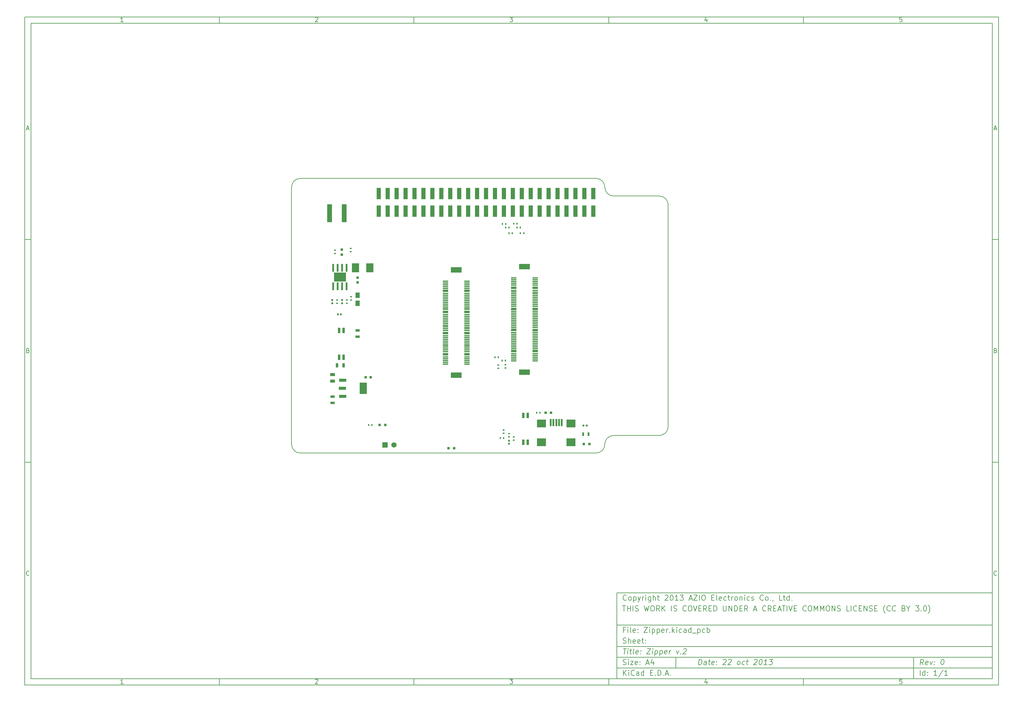
<source format=gtp>
G04 (created by PCBNEW (2013-07-07 BZR 4022)-stable) date 10/22/2013 6:32:42 PM*
%MOIN*%
G04 Gerber Fmt 3.4, Leading zero omitted, Abs format*
%FSLAX34Y34*%
G01*
G70*
G90*
G04 APERTURE LIST*
%ADD10C,0.00590551*%
%ADD11C,0.00787402*%
%ADD12R,0.0551X0.0354*%
%ADD13R,0.0195X0.0175*%
%ADD14R,0.0314X0.0314*%
%ADD15R,0.0492126X0.0314961*%
%ADD16R,0.0314961X0.0492126*%
%ADD17R,0.0275X0.0314*%
%ADD18R,0.0314X0.0275*%
%ADD19R,0.0195X0.0195*%
%ADD20R,0.063X0.0118*%
%ADD21R,0.063X0.0276*%
%ADD22R,0.122X0.063*%
%ADD23R,0.0196X0.0787*%
%ADD24R,0.0984X0.0866*%
%ADD25R,0.0175X0.0195*%
%ADD26R,0.0563X0.2039*%
%ADD27R,0.0787X0.0984*%
%ADD28R,0.05X0.0598*%
%ADD29R,0.0299X0.0591*%
%ADD30R,0.0846X0.0374*%
%ADD31R,0.0846X0.128*%
%ADD32R,0.0597X0.0597*%
%ADD33C,0.0597*%
%ADD34R,0.0217X0.0394*%
%ADD35R,0.05X0.126*%
%ADD36R,0.0236X0.0866*%
%ADD37R,0.1339X0.1008*%
G04 APERTURE END LIST*
G54D10*
X4000Y-4000D02*
X112930Y-4000D01*
X112930Y-78680D01*
X4000Y-78680D01*
X4000Y-4000D01*
X4700Y-4700D02*
X112230Y-4700D01*
X112230Y-77980D01*
X4700Y-77980D01*
X4700Y-4700D01*
X25780Y-4000D02*
X25780Y-4700D01*
X15032Y-4552D02*
X14747Y-4552D01*
X14890Y-4552D02*
X14890Y-4052D01*
X14842Y-4123D01*
X14794Y-4171D01*
X14747Y-4195D01*
X25780Y-78680D02*
X25780Y-77980D01*
X15032Y-78532D02*
X14747Y-78532D01*
X14890Y-78532D02*
X14890Y-78032D01*
X14842Y-78103D01*
X14794Y-78151D01*
X14747Y-78175D01*
X47560Y-4000D02*
X47560Y-4700D01*
X36527Y-4100D02*
X36550Y-4076D01*
X36598Y-4052D01*
X36717Y-4052D01*
X36765Y-4076D01*
X36789Y-4100D01*
X36812Y-4147D01*
X36812Y-4195D01*
X36789Y-4266D01*
X36503Y-4552D01*
X36812Y-4552D01*
X47560Y-78680D02*
X47560Y-77980D01*
X36527Y-78080D02*
X36550Y-78056D01*
X36598Y-78032D01*
X36717Y-78032D01*
X36765Y-78056D01*
X36789Y-78080D01*
X36812Y-78127D01*
X36812Y-78175D01*
X36789Y-78246D01*
X36503Y-78532D01*
X36812Y-78532D01*
X69340Y-4000D02*
X69340Y-4700D01*
X58283Y-4052D02*
X58592Y-4052D01*
X58426Y-4242D01*
X58497Y-4242D01*
X58545Y-4266D01*
X58569Y-4290D01*
X58592Y-4338D01*
X58592Y-4457D01*
X58569Y-4504D01*
X58545Y-4528D01*
X58497Y-4552D01*
X58354Y-4552D01*
X58307Y-4528D01*
X58283Y-4504D01*
X69340Y-78680D02*
X69340Y-77980D01*
X58283Y-78032D02*
X58592Y-78032D01*
X58426Y-78222D01*
X58497Y-78222D01*
X58545Y-78246D01*
X58569Y-78270D01*
X58592Y-78318D01*
X58592Y-78437D01*
X58569Y-78484D01*
X58545Y-78508D01*
X58497Y-78532D01*
X58354Y-78532D01*
X58307Y-78508D01*
X58283Y-78484D01*
X91120Y-4000D02*
X91120Y-4700D01*
X80325Y-4219D02*
X80325Y-4552D01*
X80206Y-4028D02*
X80087Y-4385D01*
X80396Y-4385D01*
X91120Y-78680D02*
X91120Y-77980D01*
X80325Y-78199D02*
X80325Y-78532D01*
X80206Y-78008D02*
X80087Y-78365D01*
X80396Y-78365D01*
X102129Y-4052D02*
X101890Y-4052D01*
X101867Y-4290D01*
X101890Y-4266D01*
X101938Y-4242D01*
X102057Y-4242D01*
X102105Y-4266D01*
X102129Y-4290D01*
X102152Y-4338D01*
X102152Y-4457D01*
X102129Y-4504D01*
X102105Y-4528D01*
X102057Y-4552D01*
X101938Y-4552D01*
X101890Y-4528D01*
X101867Y-4504D01*
X102129Y-78032D02*
X101890Y-78032D01*
X101867Y-78270D01*
X101890Y-78246D01*
X101938Y-78222D01*
X102057Y-78222D01*
X102105Y-78246D01*
X102129Y-78270D01*
X102152Y-78318D01*
X102152Y-78437D01*
X102129Y-78484D01*
X102105Y-78508D01*
X102057Y-78532D01*
X101938Y-78532D01*
X101890Y-78508D01*
X101867Y-78484D01*
X4000Y-28890D02*
X4700Y-28890D01*
X4230Y-16509D02*
X4469Y-16509D01*
X4183Y-16652D02*
X4350Y-16152D01*
X4516Y-16652D01*
X112930Y-28890D02*
X112230Y-28890D01*
X112460Y-16509D02*
X112699Y-16509D01*
X112413Y-16652D02*
X112580Y-16152D01*
X112746Y-16652D01*
X4000Y-53780D02*
X4700Y-53780D01*
X4385Y-41280D02*
X4457Y-41304D01*
X4480Y-41328D01*
X4504Y-41375D01*
X4504Y-41447D01*
X4480Y-41494D01*
X4457Y-41518D01*
X4409Y-41542D01*
X4219Y-41542D01*
X4219Y-41042D01*
X4385Y-41042D01*
X4433Y-41066D01*
X4457Y-41090D01*
X4480Y-41137D01*
X4480Y-41185D01*
X4457Y-41232D01*
X4433Y-41256D01*
X4385Y-41280D01*
X4219Y-41280D01*
X112930Y-53780D02*
X112230Y-53780D01*
X112615Y-41280D02*
X112687Y-41304D01*
X112710Y-41328D01*
X112734Y-41375D01*
X112734Y-41447D01*
X112710Y-41494D01*
X112687Y-41518D01*
X112639Y-41542D01*
X112449Y-41542D01*
X112449Y-41042D01*
X112615Y-41042D01*
X112663Y-41066D01*
X112687Y-41090D01*
X112710Y-41137D01*
X112710Y-41185D01*
X112687Y-41232D01*
X112663Y-41256D01*
X112615Y-41280D01*
X112449Y-41280D01*
X4504Y-66384D02*
X4480Y-66408D01*
X4409Y-66432D01*
X4361Y-66432D01*
X4290Y-66408D01*
X4242Y-66360D01*
X4219Y-66313D01*
X4195Y-66218D01*
X4195Y-66146D01*
X4219Y-66051D01*
X4242Y-66003D01*
X4290Y-65956D01*
X4361Y-65932D01*
X4409Y-65932D01*
X4480Y-65956D01*
X4504Y-65980D01*
X112734Y-66384D02*
X112710Y-66408D01*
X112639Y-66432D01*
X112591Y-66432D01*
X112520Y-66408D01*
X112472Y-66360D01*
X112449Y-66313D01*
X112425Y-66218D01*
X112425Y-66146D01*
X112449Y-66051D01*
X112472Y-66003D01*
X112520Y-65956D01*
X112591Y-65932D01*
X112639Y-65932D01*
X112710Y-65956D01*
X112734Y-65980D01*
X79380Y-76422D02*
X79455Y-75822D01*
X79597Y-75822D01*
X79680Y-75851D01*
X79730Y-75908D01*
X79751Y-75965D01*
X79765Y-76080D01*
X79755Y-76165D01*
X79712Y-76280D01*
X79676Y-76337D01*
X79612Y-76394D01*
X79522Y-76422D01*
X79380Y-76422D01*
X80237Y-76422D02*
X80276Y-76108D01*
X80255Y-76051D01*
X80201Y-76022D01*
X80087Y-76022D01*
X80026Y-76051D01*
X80240Y-76394D02*
X80180Y-76422D01*
X80037Y-76422D01*
X79983Y-76394D01*
X79962Y-76337D01*
X79969Y-76280D01*
X80005Y-76222D01*
X80065Y-76194D01*
X80208Y-76194D01*
X80269Y-76165D01*
X80487Y-76022D02*
X80715Y-76022D01*
X80597Y-75822D02*
X80533Y-76337D01*
X80555Y-76394D01*
X80608Y-76422D01*
X80665Y-76422D01*
X81097Y-76394D02*
X81037Y-76422D01*
X80922Y-76422D01*
X80869Y-76394D01*
X80847Y-76337D01*
X80876Y-76108D01*
X80912Y-76051D01*
X80972Y-76022D01*
X81087Y-76022D01*
X81140Y-76051D01*
X81162Y-76108D01*
X81155Y-76165D01*
X80862Y-76222D01*
X81387Y-76365D02*
X81412Y-76394D01*
X81380Y-76422D01*
X81355Y-76394D01*
X81387Y-76365D01*
X81380Y-76422D01*
X81426Y-76051D02*
X81451Y-76080D01*
X81419Y-76108D01*
X81394Y-76080D01*
X81426Y-76051D01*
X81419Y-76108D01*
X82162Y-75880D02*
X82194Y-75851D01*
X82255Y-75822D01*
X82397Y-75822D01*
X82451Y-75851D01*
X82476Y-75880D01*
X82497Y-75937D01*
X82490Y-75994D01*
X82451Y-76080D01*
X82065Y-76422D01*
X82437Y-76422D01*
X82733Y-75880D02*
X82765Y-75851D01*
X82826Y-75822D01*
X82969Y-75822D01*
X83022Y-75851D01*
X83047Y-75880D01*
X83069Y-75937D01*
X83062Y-75994D01*
X83022Y-76080D01*
X82637Y-76422D01*
X83008Y-76422D01*
X83808Y-76422D02*
X83755Y-76394D01*
X83730Y-76365D01*
X83708Y-76308D01*
X83730Y-76137D01*
X83765Y-76080D01*
X83797Y-76051D01*
X83858Y-76022D01*
X83944Y-76022D01*
X83997Y-76051D01*
X84022Y-76080D01*
X84044Y-76137D01*
X84022Y-76308D01*
X83987Y-76365D01*
X83955Y-76394D01*
X83894Y-76422D01*
X83808Y-76422D01*
X84526Y-76394D02*
X84465Y-76422D01*
X84351Y-76422D01*
X84297Y-76394D01*
X84272Y-76365D01*
X84251Y-76308D01*
X84272Y-76137D01*
X84308Y-76080D01*
X84340Y-76051D01*
X84401Y-76022D01*
X84515Y-76022D01*
X84569Y-76051D01*
X84744Y-76022D02*
X84972Y-76022D01*
X84855Y-75822D02*
X84790Y-76337D01*
X84812Y-76394D01*
X84865Y-76422D01*
X84922Y-76422D01*
X85619Y-75880D02*
X85651Y-75851D01*
X85712Y-75822D01*
X85855Y-75822D01*
X85908Y-75851D01*
X85933Y-75880D01*
X85955Y-75937D01*
X85947Y-75994D01*
X85908Y-76080D01*
X85522Y-76422D01*
X85894Y-76422D01*
X86340Y-75822D02*
X86397Y-75822D01*
X86451Y-75851D01*
X86476Y-75880D01*
X86497Y-75937D01*
X86512Y-76051D01*
X86494Y-76194D01*
X86451Y-76308D01*
X86415Y-76365D01*
X86383Y-76394D01*
X86322Y-76422D01*
X86265Y-76422D01*
X86212Y-76394D01*
X86187Y-76365D01*
X86165Y-76308D01*
X86151Y-76194D01*
X86169Y-76051D01*
X86212Y-75937D01*
X86247Y-75880D01*
X86280Y-75851D01*
X86340Y-75822D01*
X87037Y-76422D02*
X86694Y-76422D01*
X86865Y-76422D02*
X86940Y-75822D01*
X86872Y-75908D01*
X86808Y-75965D01*
X86747Y-75994D01*
X87312Y-75822D02*
X87683Y-75822D01*
X87455Y-76051D01*
X87540Y-76051D01*
X87594Y-76080D01*
X87619Y-76108D01*
X87640Y-76165D01*
X87622Y-76308D01*
X87587Y-76365D01*
X87555Y-76394D01*
X87494Y-76422D01*
X87322Y-76422D01*
X87269Y-76394D01*
X87244Y-76365D01*
X70972Y-77622D02*
X70972Y-77022D01*
X71315Y-77622D02*
X71058Y-77280D01*
X71315Y-77022D02*
X70972Y-77365D01*
X71572Y-77622D02*
X71572Y-77222D01*
X71572Y-77022D02*
X71544Y-77051D01*
X71572Y-77080D01*
X71601Y-77051D01*
X71572Y-77022D01*
X71572Y-77080D01*
X72201Y-77565D02*
X72172Y-77594D01*
X72087Y-77622D01*
X72030Y-77622D01*
X71944Y-77594D01*
X71887Y-77537D01*
X71858Y-77480D01*
X71830Y-77365D01*
X71830Y-77280D01*
X71858Y-77165D01*
X71887Y-77108D01*
X71944Y-77051D01*
X72030Y-77022D01*
X72087Y-77022D01*
X72172Y-77051D01*
X72201Y-77080D01*
X72715Y-77622D02*
X72715Y-77308D01*
X72687Y-77251D01*
X72630Y-77222D01*
X72515Y-77222D01*
X72458Y-77251D01*
X72715Y-77594D02*
X72658Y-77622D01*
X72515Y-77622D01*
X72458Y-77594D01*
X72430Y-77537D01*
X72430Y-77480D01*
X72458Y-77422D01*
X72515Y-77394D01*
X72658Y-77394D01*
X72715Y-77365D01*
X73258Y-77622D02*
X73258Y-77022D01*
X73258Y-77594D02*
X73201Y-77622D01*
X73087Y-77622D01*
X73030Y-77594D01*
X73001Y-77565D01*
X72972Y-77508D01*
X72972Y-77337D01*
X73001Y-77280D01*
X73030Y-77251D01*
X73087Y-77222D01*
X73201Y-77222D01*
X73258Y-77251D01*
X74001Y-77308D02*
X74201Y-77308D01*
X74287Y-77622D02*
X74001Y-77622D01*
X74001Y-77022D01*
X74287Y-77022D01*
X74544Y-77565D02*
X74572Y-77594D01*
X74544Y-77622D01*
X74515Y-77594D01*
X74544Y-77565D01*
X74544Y-77622D01*
X74829Y-77622D02*
X74829Y-77022D01*
X74972Y-77022D01*
X75058Y-77051D01*
X75115Y-77108D01*
X75144Y-77165D01*
X75172Y-77280D01*
X75172Y-77365D01*
X75144Y-77480D01*
X75115Y-77537D01*
X75058Y-77594D01*
X74972Y-77622D01*
X74829Y-77622D01*
X75429Y-77565D02*
X75458Y-77594D01*
X75429Y-77622D01*
X75401Y-77594D01*
X75429Y-77565D01*
X75429Y-77622D01*
X75687Y-77451D02*
X75972Y-77451D01*
X75629Y-77622D02*
X75829Y-77022D01*
X76029Y-77622D01*
X76229Y-77565D02*
X76258Y-77594D01*
X76229Y-77622D01*
X76201Y-77594D01*
X76229Y-77565D01*
X76229Y-77622D01*
X104522Y-76422D02*
X104358Y-76137D01*
X104180Y-76422D02*
X104255Y-75822D01*
X104483Y-75822D01*
X104537Y-75851D01*
X104562Y-75880D01*
X104583Y-75937D01*
X104572Y-76022D01*
X104537Y-76080D01*
X104505Y-76108D01*
X104444Y-76137D01*
X104215Y-76137D01*
X105012Y-76394D02*
X104951Y-76422D01*
X104837Y-76422D01*
X104783Y-76394D01*
X104762Y-76337D01*
X104790Y-76108D01*
X104826Y-76051D01*
X104887Y-76022D01*
X105001Y-76022D01*
X105055Y-76051D01*
X105076Y-76108D01*
X105069Y-76165D01*
X104776Y-76222D01*
X105287Y-76022D02*
X105380Y-76422D01*
X105572Y-76022D01*
X105758Y-76365D02*
X105783Y-76394D01*
X105751Y-76422D01*
X105726Y-76394D01*
X105758Y-76365D01*
X105751Y-76422D01*
X105797Y-76051D02*
X105822Y-76080D01*
X105790Y-76108D01*
X105765Y-76080D01*
X105797Y-76051D01*
X105790Y-76108D01*
X106683Y-75822D02*
X106740Y-75822D01*
X106794Y-75851D01*
X106819Y-75880D01*
X106840Y-75937D01*
X106855Y-76051D01*
X106837Y-76194D01*
X106794Y-76308D01*
X106758Y-76365D01*
X106726Y-76394D01*
X106665Y-76422D01*
X106608Y-76422D01*
X106555Y-76394D01*
X106530Y-76365D01*
X106508Y-76308D01*
X106494Y-76194D01*
X106512Y-76051D01*
X106555Y-75937D01*
X106590Y-75880D01*
X106622Y-75851D01*
X106683Y-75822D01*
X70944Y-76394D02*
X71030Y-76422D01*
X71172Y-76422D01*
X71230Y-76394D01*
X71258Y-76365D01*
X71287Y-76308D01*
X71287Y-76251D01*
X71258Y-76194D01*
X71230Y-76165D01*
X71172Y-76137D01*
X71058Y-76108D01*
X71001Y-76080D01*
X70972Y-76051D01*
X70944Y-75994D01*
X70944Y-75937D01*
X70972Y-75880D01*
X71001Y-75851D01*
X71058Y-75822D01*
X71201Y-75822D01*
X71287Y-75851D01*
X71544Y-76422D02*
X71544Y-76022D01*
X71544Y-75822D02*
X71515Y-75851D01*
X71544Y-75880D01*
X71572Y-75851D01*
X71544Y-75822D01*
X71544Y-75880D01*
X71772Y-76022D02*
X72087Y-76022D01*
X71772Y-76422D01*
X72087Y-76422D01*
X72544Y-76394D02*
X72487Y-76422D01*
X72372Y-76422D01*
X72315Y-76394D01*
X72287Y-76337D01*
X72287Y-76108D01*
X72315Y-76051D01*
X72372Y-76022D01*
X72487Y-76022D01*
X72544Y-76051D01*
X72572Y-76108D01*
X72572Y-76165D01*
X72287Y-76222D01*
X72830Y-76365D02*
X72858Y-76394D01*
X72830Y-76422D01*
X72801Y-76394D01*
X72830Y-76365D01*
X72830Y-76422D01*
X72830Y-76051D02*
X72858Y-76080D01*
X72830Y-76108D01*
X72801Y-76080D01*
X72830Y-76051D01*
X72830Y-76108D01*
X73544Y-76251D02*
X73830Y-76251D01*
X73487Y-76422D02*
X73687Y-75822D01*
X73887Y-76422D01*
X74344Y-76022D02*
X74344Y-76422D01*
X74201Y-75794D02*
X74058Y-76222D01*
X74430Y-76222D01*
X104172Y-77622D02*
X104172Y-77022D01*
X104715Y-77622D02*
X104715Y-77022D01*
X104715Y-77594D02*
X104658Y-77622D01*
X104544Y-77622D01*
X104487Y-77594D01*
X104458Y-77565D01*
X104430Y-77508D01*
X104430Y-77337D01*
X104458Y-77280D01*
X104487Y-77251D01*
X104544Y-77222D01*
X104658Y-77222D01*
X104715Y-77251D01*
X105001Y-77565D02*
X105030Y-77594D01*
X105001Y-77622D01*
X104972Y-77594D01*
X105001Y-77565D01*
X105001Y-77622D01*
X105001Y-77251D02*
X105030Y-77280D01*
X105001Y-77308D01*
X104972Y-77280D01*
X105001Y-77251D01*
X105001Y-77308D01*
X106058Y-77622D02*
X105715Y-77622D01*
X105887Y-77622D02*
X105887Y-77022D01*
X105829Y-77108D01*
X105772Y-77165D01*
X105715Y-77194D01*
X106744Y-76994D02*
X106230Y-77765D01*
X107258Y-77622D02*
X106915Y-77622D01*
X107087Y-77622D02*
X107087Y-77022D01*
X107029Y-77108D01*
X106972Y-77165D01*
X106915Y-77194D01*
X70969Y-74622D02*
X71312Y-74622D01*
X71065Y-75222D02*
X71140Y-74622D01*
X71437Y-75222D02*
X71487Y-74822D01*
X71512Y-74622D02*
X71480Y-74651D01*
X71505Y-74680D01*
X71537Y-74651D01*
X71512Y-74622D01*
X71505Y-74680D01*
X71687Y-74822D02*
X71915Y-74822D01*
X71797Y-74622D02*
X71733Y-75137D01*
X71755Y-75194D01*
X71808Y-75222D01*
X71865Y-75222D01*
X72151Y-75222D02*
X72097Y-75194D01*
X72076Y-75137D01*
X72140Y-74622D01*
X72612Y-75194D02*
X72551Y-75222D01*
X72437Y-75222D01*
X72383Y-75194D01*
X72362Y-75137D01*
X72390Y-74908D01*
X72426Y-74851D01*
X72487Y-74822D01*
X72601Y-74822D01*
X72655Y-74851D01*
X72676Y-74908D01*
X72669Y-74965D01*
X72376Y-75022D01*
X72901Y-75165D02*
X72926Y-75194D01*
X72894Y-75222D01*
X72869Y-75194D01*
X72901Y-75165D01*
X72894Y-75222D01*
X72940Y-74851D02*
X72965Y-74880D01*
X72933Y-74908D01*
X72908Y-74880D01*
X72940Y-74851D01*
X72933Y-74908D01*
X73655Y-74622D02*
X74055Y-74622D01*
X73580Y-75222D01*
X73980Y-75222D01*
X74208Y-75222D02*
X74258Y-74822D01*
X74283Y-74622D02*
X74251Y-74651D01*
X74276Y-74680D01*
X74308Y-74651D01*
X74283Y-74622D01*
X74276Y-74680D01*
X74544Y-74822D02*
X74469Y-75422D01*
X74540Y-74851D02*
X74601Y-74822D01*
X74715Y-74822D01*
X74769Y-74851D01*
X74794Y-74880D01*
X74815Y-74937D01*
X74794Y-75108D01*
X74758Y-75165D01*
X74726Y-75194D01*
X74665Y-75222D01*
X74551Y-75222D01*
X74497Y-75194D01*
X75087Y-74822D02*
X75012Y-75422D01*
X75083Y-74851D02*
X75144Y-74822D01*
X75258Y-74822D01*
X75312Y-74851D01*
X75337Y-74880D01*
X75358Y-74937D01*
X75337Y-75108D01*
X75301Y-75165D01*
X75269Y-75194D01*
X75208Y-75222D01*
X75094Y-75222D01*
X75040Y-75194D01*
X75812Y-75194D02*
X75751Y-75222D01*
X75637Y-75222D01*
X75583Y-75194D01*
X75562Y-75137D01*
X75590Y-74908D01*
X75626Y-74851D01*
X75687Y-74822D01*
X75801Y-74822D01*
X75855Y-74851D01*
X75876Y-74908D01*
X75869Y-74965D01*
X75576Y-75022D01*
X76094Y-75222D02*
X76144Y-74822D01*
X76130Y-74937D02*
X76165Y-74880D01*
X76197Y-74851D01*
X76258Y-74822D01*
X76315Y-74822D01*
X76915Y-74822D02*
X77008Y-75222D01*
X77201Y-74822D01*
X77387Y-75165D02*
X77412Y-75194D01*
X77380Y-75222D01*
X77355Y-75194D01*
X77387Y-75165D01*
X77380Y-75222D01*
X77705Y-74680D02*
X77737Y-74651D01*
X77797Y-74622D01*
X77940Y-74622D01*
X77994Y-74651D01*
X78019Y-74680D01*
X78040Y-74737D01*
X78033Y-74794D01*
X77994Y-74880D01*
X77608Y-75222D01*
X77980Y-75222D01*
X71172Y-72508D02*
X70972Y-72508D01*
X70972Y-72822D02*
X70972Y-72222D01*
X71258Y-72222D01*
X71487Y-72822D02*
X71487Y-72422D01*
X71487Y-72222D02*
X71458Y-72251D01*
X71487Y-72280D01*
X71515Y-72251D01*
X71487Y-72222D01*
X71487Y-72280D01*
X71858Y-72822D02*
X71801Y-72794D01*
X71772Y-72737D01*
X71772Y-72222D01*
X72315Y-72794D02*
X72258Y-72822D01*
X72144Y-72822D01*
X72087Y-72794D01*
X72058Y-72737D01*
X72058Y-72508D01*
X72087Y-72451D01*
X72144Y-72422D01*
X72258Y-72422D01*
X72315Y-72451D01*
X72344Y-72508D01*
X72344Y-72565D01*
X72058Y-72622D01*
X72601Y-72765D02*
X72630Y-72794D01*
X72601Y-72822D01*
X72572Y-72794D01*
X72601Y-72765D01*
X72601Y-72822D01*
X72601Y-72451D02*
X72630Y-72480D01*
X72601Y-72508D01*
X72572Y-72480D01*
X72601Y-72451D01*
X72601Y-72508D01*
X73287Y-72222D02*
X73687Y-72222D01*
X73287Y-72822D01*
X73687Y-72822D01*
X73915Y-72822D02*
X73915Y-72422D01*
X73915Y-72222D02*
X73887Y-72251D01*
X73915Y-72280D01*
X73944Y-72251D01*
X73915Y-72222D01*
X73915Y-72280D01*
X74201Y-72422D02*
X74201Y-73022D01*
X74201Y-72451D02*
X74258Y-72422D01*
X74372Y-72422D01*
X74430Y-72451D01*
X74458Y-72480D01*
X74487Y-72537D01*
X74487Y-72708D01*
X74458Y-72765D01*
X74430Y-72794D01*
X74372Y-72822D01*
X74258Y-72822D01*
X74201Y-72794D01*
X74744Y-72422D02*
X74744Y-73022D01*
X74744Y-72451D02*
X74801Y-72422D01*
X74915Y-72422D01*
X74972Y-72451D01*
X75001Y-72480D01*
X75030Y-72537D01*
X75030Y-72708D01*
X75001Y-72765D01*
X74972Y-72794D01*
X74915Y-72822D01*
X74801Y-72822D01*
X74744Y-72794D01*
X75515Y-72794D02*
X75458Y-72822D01*
X75344Y-72822D01*
X75287Y-72794D01*
X75258Y-72737D01*
X75258Y-72508D01*
X75287Y-72451D01*
X75344Y-72422D01*
X75458Y-72422D01*
X75515Y-72451D01*
X75544Y-72508D01*
X75544Y-72565D01*
X75258Y-72622D01*
X75801Y-72822D02*
X75801Y-72422D01*
X75801Y-72537D02*
X75830Y-72480D01*
X75858Y-72451D01*
X75915Y-72422D01*
X75972Y-72422D01*
X76172Y-72765D02*
X76201Y-72794D01*
X76172Y-72822D01*
X76144Y-72794D01*
X76172Y-72765D01*
X76172Y-72822D01*
X76458Y-72822D02*
X76458Y-72222D01*
X76515Y-72594D02*
X76687Y-72822D01*
X76687Y-72422D02*
X76458Y-72651D01*
X76944Y-72822D02*
X76944Y-72422D01*
X76944Y-72222D02*
X76915Y-72251D01*
X76944Y-72280D01*
X76972Y-72251D01*
X76944Y-72222D01*
X76944Y-72280D01*
X77487Y-72794D02*
X77430Y-72822D01*
X77315Y-72822D01*
X77258Y-72794D01*
X77230Y-72765D01*
X77201Y-72708D01*
X77201Y-72537D01*
X77230Y-72480D01*
X77258Y-72451D01*
X77315Y-72422D01*
X77430Y-72422D01*
X77487Y-72451D01*
X78001Y-72822D02*
X78001Y-72508D01*
X77972Y-72451D01*
X77915Y-72422D01*
X77801Y-72422D01*
X77744Y-72451D01*
X78001Y-72794D02*
X77944Y-72822D01*
X77801Y-72822D01*
X77744Y-72794D01*
X77715Y-72737D01*
X77715Y-72680D01*
X77744Y-72622D01*
X77801Y-72594D01*
X77944Y-72594D01*
X78001Y-72565D01*
X78544Y-72822D02*
X78544Y-72222D01*
X78544Y-72794D02*
X78487Y-72822D01*
X78372Y-72822D01*
X78315Y-72794D01*
X78287Y-72765D01*
X78258Y-72708D01*
X78258Y-72537D01*
X78287Y-72480D01*
X78315Y-72451D01*
X78372Y-72422D01*
X78487Y-72422D01*
X78544Y-72451D01*
X78687Y-72880D02*
X79144Y-72880D01*
X79287Y-72422D02*
X79287Y-73022D01*
X79287Y-72451D02*
X79344Y-72422D01*
X79458Y-72422D01*
X79515Y-72451D01*
X79544Y-72480D01*
X79572Y-72537D01*
X79572Y-72708D01*
X79544Y-72765D01*
X79515Y-72794D01*
X79458Y-72822D01*
X79344Y-72822D01*
X79287Y-72794D01*
X80087Y-72794D02*
X80030Y-72822D01*
X79915Y-72822D01*
X79858Y-72794D01*
X79830Y-72765D01*
X79801Y-72708D01*
X79801Y-72537D01*
X79830Y-72480D01*
X79858Y-72451D01*
X79915Y-72422D01*
X80030Y-72422D01*
X80087Y-72451D01*
X80344Y-72822D02*
X80344Y-72222D01*
X80344Y-72451D02*
X80401Y-72422D01*
X80515Y-72422D01*
X80572Y-72451D01*
X80601Y-72480D01*
X80630Y-72537D01*
X80630Y-72708D01*
X80601Y-72765D01*
X80572Y-72794D01*
X80515Y-72822D01*
X80401Y-72822D01*
X80344Y-72794D01*
X70944Y-73994D02*
X71030Y-74022D01*
X71172Y-74022D01*
X71230Y-73994D01*
X71258Y-73965D01*
X71287Y-73908D01*
X71287Y-73851D01*
X71258Y-73794D01*
X71230Y-73765D01*
X71172Y-73737D01*
X71058Y-73708D01*
X71001Y-73680D01*
X70972Y-73651D01*
X70944Y-73594D01*
X70944Y-73537D01*
X70972Y-73480D01*
X71001Y-73451D01*
X71058Y-73422D01*
X71201Y-73422D01*
X71287Y-73451D01*
X71544Y-74022D02*
X71544Y-73422D01*
X71801Y-74022D02*
X71801Y-73708D01*
X71772Y-73651D01*
X71715Y-73622D01*
X71630Y-73622D01*
X71572Y-73651D01*
X71544Y-73680D01*
X72315Y-73994D02*
X72258Y-74022D01*
X72144Y-74022D01*
X72087Y-73994D01*
X72058Y-73937D01*
X72058Y-73708D01*
X72087Y-73651D01*
X72144Y-73622D01*
X72258Y-73622D01*
X72315Y-73651D01*
X72344Y-73708D01*
X72344Y-73765D01*
X72058Y-73822D01*
X72830Y-73994D02*
X72772Y-74022D01*
X72658Y-74022D01*
X72601Y-73994D01*
X72572Y-73937D01*
X72572Y-73708D01*
X72601Y-73651D01*
X72658Y-73622D01*
X72772Y-73622D01*
X72830Y-73651D01*
X72858Y-73708D01*
X72858Y-73765D01*
X72572Y-73822D01*
X73030Y-73622D02*
X73258Y-73622D01*
X73115Y-73422D02*
X73115Y-73937D01*
X73144Y-73994D01*
X73201Y-74022D01*
X73258Y-74022D01*
X73458Y-73965D02*
X73487Y-73994D01*
X73458Y-74022D01*
X73430Y-73994D01*
X73458Y-73965D01*
X73458Y-74022D01*
X73458Y-73651D02*
X73487Y-73680D01*
X73458Y-73708D01*
X73430Y-73680D01*
X73458Y-73651D01*
X73458Y-73708D01*
X70887Y-69822D02*
X71230Y-69822D01*
X71058Y-70422D02*
X71058Y-69822D01*
X71430Y-70422D02*
X71430Y-69822D01*
X71430Y-70108D02*
X71772Y-70108D01*
X71772Y-70422D02*
X71772Y-69822D01*
X72058Y-70422D02*
X72058Y-69822D01*
X72315Y-70394D02*
X72401Y-70422D01*
X72544Y-70422D01*
X72601Y-70394D01*
X72629Y-70365D01*
X72658Y-70308D01*
X72658Y-70251D01*
X72629Y-70194D01*
X72601Y-70165D01*
X72544Y-70137D01*
X72429Y-70108D01*
X72372Y-70080D01*
X72344Y-70051D01*
X72315Y-69994D01*
X72315Y-69937D01*
X72344Y-69880D01*
X72372Y-69851D01*
X72429Y-69822D01*
X72572Y-69822D01*
X72658Y-69851D01*
X73315Y-69822D02*
X73458Y-70422D01*
X73572Y-69994D01*
X73687Y-70422D01*
X73830Y-69822D01*
X74172Y-69822D02*
X74287Y-69822D01*
X74344Y-69851D01*
X74401Y-69908D01*
X74430Y-70022D01*
X74430Y-70222D01*
X74401Y-70337D01*
X74344Y-70394D01*
X74287Y-70422D01*
X74172Y-70422D01*
X74115Y-70394D01*
X74058Y-70337D01*
X74030Y-70222D01*
X74030Y-70022D01*
X74058Y-69908D01*
X74115Y-69851D01*
X74172Y-69822D01*
X75029Y-70422D02*
X74829Y-70137D01*
X74687Y-70422D02*
X74687Y-69822D01*
X74915Y-69822D01*
X74972Y-69851D01*
X75001Y-69880D01*
X75029Y-69937D01*
X75029Y-70022D01*
X75001Y-70080D01*
X74972Y-70108D01*
X74915Y-70137D01*
X74687Y-70137D01*
X75287Y-70422D02*
X75287Y-69822D01*
X75629Y-70422D02*
X75372Y-70080D01*
X75629Y-69822D02*
X75287Y-70165D01*
X76344Y-70422D02*
X76344Y-69822D01*
X76601Y-70394D02*
X76687Y-70422D01*
X76829Y-70422D01*
X76887Y-70394D01*
X76915Y-70365D01*
X76944Y-70308D01*
X76944Y-70251D01*
X76915Y-70194D01*
X76887Y-70165D01*
X76829Y-70137D01*
X76715Y-70108D01*
X76658Y-70080D01*
X76629Y-70051D01*
X76601Y-69994D01*
X76601Y-69937D01*
X76629Y-69880D01*
X76658Y-69851D01*
X76715Y-69822D01*
X76858Y-69822D01*
X76944Y-69851D01*
X78001Y-70365D02*
X77972Y-70394D01*
X77887Y-70422D01*
X77830Y-70422D01*
X77744Y-70394D01*
X77687Y-70337D01*
X77658Y-70280D01*
X77630Y-70165D01*
X77630Y-70080D01*
X77658Y-69965D01*
X77687Y-69908D01*
X77744Y-69851D01*
X77830Y-69822D01*
X77887Y-69822D01*
X77972Y-69851D01*
X78001Y-69880D01*
X78372Y-69822D02*
X78487Y-69822D01*
X78544Y-69851D01*
X78601Y-69908D01*
X78630Y-70022D01*
X78630Y-70222D01*
X78601Y-70337D01*
X78544Y-70394D01*
X78487Y-70422D01*
X78372Y-70422D01*
X78315Y-70394D01*
X78258Y-70337D01*
X78230Y-70222D01*
X78230Y-70022D01*
X78258Y-69908D01*
X78315Y-69851D01*
X78372Y-69822D01*
X78801Y-69822D02*
X79001Y-70422D01*
X79201Y-69822D01*
X79401Y-70108D02*
X79601Y-70108D01*
X79687Y-70422D02*
X79401Y-70422D01*
X79401Y-69822D01*
X79687Y-69822D01*
X80287Y-70422D02*
X80087Y-70137D01*
X79944Y-70422D02*
X79944Y-69822D01*
X80172Y-69822D01*
X80229Y-69851D01*
X80258Y-69880D01*
X80287Y-69937D01*
X80287Y-70022D01*
X80258Y-70080D01*
X80229Y-70108D01*
X80172Y-70137D01*
X79944Y-70137D01*
X80544Y-70108D02*
X80744Y-70108D01*
X80829Y-70422D02*
X80544Y-70422D01*
X80544Y-69822D01*
X80829Y-69822D01*
X81087Y-70422D02*
X81087Y-69822D01*
X81229Y-69822D01*
X81315Y-69851D01*
X81372Y-69908D01*
X81401Y-69965D01*
X81429Y-70080D01*
X81429Y-70165D01*
X81401Y-70280D01*
X81372Y-70337D01*
X81315Y-70394D01*
X81229Y-70422D01*
X81087Y-70422D01*
X82144Y-69822D02*
X82144Y-70308D01*
X82172Y-70365D01*
X82201Y-70394D01*
X82258Y-70422D01*
X82372Y-70422D01*
X82429Y-70394D01*
X82458Y-70365D01*
X82487Y-70308D01*
X82487Y-69822D01*
X82772Y-70422D02*
X82772Y-69822D01*
X83115Y-70422D01*
X83115Y-69822D01*
X83401Y-70422D02*
X83401Y-69822D01*
X83544Y-69822D01*
X83629Y-69851D01*
X83687Y-69908D01*
X83715Y-69965D01*
X83744Y-70080D01*
X83744Y-70165D01*
X83715Y-70280D01*
X83687Y-70337D01*
X83629Y-70394D01*
X83544Y-70422D01*
X83401Y-70422D01*
X84001Y-70108D02*
X84201Y-70108D01*
X84287Y-70422D02*
X84001Y-70422D01*
X84001Y-69822D01*
X84287Y-69822D01*
X84887Y-70422D02*
X84687Y-70137D01*
X84544Y-70422D02*
X84544Y-69822D01*
X84772Y-69822D01*
X84829Y-69851D01*
X84858Y-69880D01*
X84887Y-69937D01*
X84887Y-70022D01*
X84858Y-70080D01*
X84829Y-70108D01*
X84772Y-70137D01*
X84544Y-70137D01*
X85572Y-70251D02*
X85858Y-70251D01*
X85515Y-70422D02*
X85715Y-69822D01*
X85915Y-70422D01*
X86915Y-70365D02*
X86887Y-70394D01*
X86801Y-70422D01*
X86744Y-70422D01*
X86658Y-70394D01*
X86601Y-70337D01*
X86572Y-70280D01*
X86544Y-70165D01*
X86544Y-70080D01*
X86572Y-69965D01*
X86601Y-69908D01*
X86658Y-69851D01*
X86744Y-69822D01*
X86801Y-69822D01*
X86887Y-69851D01*
X86915Y-69880D01*
X87515Y-70422D02*
X87315Y-70137D01*
X87172Y-70422D02*
X87172Y-69822D01*
X87401Y-69822D01*
X87458Y-69851D01*
X87487Y-69880D01*
X87515Y-69937D01*
X87515Y-70022D01*
X87487Y-70080D01*
X87458Y-70108D01*
X87401Y-70137D01*
X87172Y-70137D01*
X87772Y-70108D02*
X87972Y-70108D01*
X88058Y-70422D02*
X87772Y-70422D01*
X87772Y-69822D01*
X88058Y-69822D01*
X88287Y-70251D02*
X88572Y-70251D01*
X88229Y-70422D02*
X88429Y-69822D01*
X88629Y-70422D01*
X88744Y-69822D02*
X89087Y-69822D01*
X88915Y-70422D02*
X88915Y-69822D01*
X89287Y-70422D02*
X89287Y-69822D01*
X89487Y-69822D02*
X89687Y-70422D01*
X89887Y-69822D01*
X90087Y-70108D02*
X90287Y-70108D01*
X90372Y-70422D02*
X90087Y-70422D01*
X90087Y-69822D01*
X90372Y-69822D01*
X91429Y-70365D02*
X91401Y-70394D01*
X91315Y-70422D01*
X91258Y-70422D01*
X91172Y-70394D01*
X91115Y-70337D01*
X91087Y-70280D01*
X91058Y-70165D01*
X91058Y-70080D01*
X91087Y-69965D01*
X91115Y-69908D01*
X91172Y-69851D01*
X91258Y-69822D01*
X91315Y-69822D01*
X91401Y-69851D01*
X91429Y-69880D01*
X91801Y-69822D02*
X91915Y-69822D01*
X91972Y-69851D01*
X92029Y-69908D01*
X92058Y-70022D01*
X92058Y-70222D01*
X92029Y-70337D01*
X91972Y-70394D01*
X91915Y-70422D01*
X91801Y-70422D01*
X91744Y-70394D01*
X91687Y-70337D01*
X91658Y-70222D01*
X91658Y-70022D01*
X91687Y-69908D01*
X91744Y-69851D01*
X91801Y-69822D01*
X92315Y-70422D02*
X92315Y-69822D01*
X92515Y-70251D01*
X92715Y-69822D01*
X92715Y-70422D01*
X93001Y-70422D02*
X93001Y-69822D01*
X93201Y-70251D01*
X93401Y-69822D01*
X93401Y-70422D01*
X93801Y-69822D02*
X93915Y-69822D01*
X93972Y-69851D01*
X94029Y-69908D01*
X94058Y-70022D01*
X94058Y-70222D01*
X94029Y-70337D01*
X93972Y-70394D01*
X93915Y-70422D01*
X93801Y-70422D01*
X93744Y-70394D01*
X93687Y-70337D01*
X93658Y-70222D01*
X93658Y-70022D01*
X93687Y-69908D01*
X93744Y-69851D01*
X93801Y-69822D01*
X94315Y-70422D02*
X94315Y-69822D01*
X94658Y-70422D01*
X94658Y-69822D01*
X94915Y-70394D02*
X95001Y-70422D01*
X95144Y-70422D01*
X95201Y-70394D01*
X95229Y-70365D01*
X95258Y-70308D01*
X95258Y-70251D01*
X95229Y-70194D01*
X95201Y-70165D01*
X95144Y-70137D01*
X95029Y-70108D01*
X94972Y-70080D01*
X94944Y-70051D01*
X94915Y-69994D01*
X94915Y-69937D01*
X94944Y-69880D01*
X94972Y-69851D01*
X95029Y-69822D01*
X95172Y-69822D01*
X95258Y-69851D01*
X96258Y-70422D02*
X95972Y-70422D01*
X95972Y-69822D01*
X96458Y-70422D02*
X96458Y-69822D01*
X97087Y-70365D02*
X97058Y-70394D01*
X96972Y-70422D01*
X96915Y-70422D01*
X96829Y-70394D01*
X96772Y-70337D01*
X96744Y-70280D01*
X96715Y-70165D01*
X96715Y-70080D01*
X96744Y-69965D01*
X96772Y-69908D01*
X96829Y-69851D01*
X96915Y-69822D01*
X96972Y-69822D01*
X97058Y-69851D01*
X97087Y-69880D01*
X97344Y-70108D02*
X97544Y-70108D01*
X97629Y-70422D02*
X97344Y-70422D01*
X97344Y-69822D01*
X97629Y-69822D01*
X97887Y-70422D02*
X97887Y-69822D01*
X98229Y-70422D01*
X98229Y-69822D01*
X98487Y-70394D02*
X98572Y-70422D01*
X98715Y-70422D01*
X98772Y-70394D01*
X98801Y-70365D01*
X98829Y-70308D01*
X98829Y-70251D01*
X98801Y-70194D01*
X98772Y-70165D01*
X98715Y-70137D01*
X98601Y-70108D01*
X98544Y-70080D01*
X98515Y-70051D01*
X98487Y-69994D01*
X98487Y-69937D01*
X98515Y-69880D01*
X98544Y-69851D01*
X98601Y-69822D01*
X98744Y-69822D01*
X98829Y-69851D01*
X99087Y-70108D02*
X99287Y-70108D01*
X99372Y-70422D02*
X99087Y-70422D01*
X99087Y-69822D01*
X99372Y-69822D01*
X100258Y-70651D02*
X100229Y-70622D01*
X100172Y-70537D01*
X100144Y-70480D01*
X100115Y-70394D01*
X100087Y-70251D01*
X100087Y-70137D01*
X100115Y-69994D01*
X100144Y-69908D01*
X100172Y-69851D01*
X100229Y-69765D01*
X100258Y-69737D01*
X100829Y-70365D02*
X100801Y-70394D01*
X100715Y-70422D01*
X100658Y-70422D01*
X100572Y-70394D01*
X100515Y-70337D01*
X100487Y-70280D01*
X100458Y-70165D01*
X100458Y-70080D01*
X100487Y-69965D01*
X100515Y-69908D01*
X100572Y-69851D01*
X100658Y-69822D01*
X100715Y-69822D01*
X100801Y-69851D01*
X100829Y-69880D01*
X101429Y-70365D02*
X101401Y-70394D01*
X101315Y-70422D01*
X101258Y-70422D01*
X101172Y-70394D01*
X101115Y-70337D01*
X101087Y-70280D01*
X101058Y-70165D01*
X101058Y-70080D01*
X101087Y-69965D01*
X101115Y-69908D01*
X101172Y-69851D01*
X101258Y-69822D01*
X101315Y-69822D01*
X101401Y-69851D01*
X101429Y-69880D01*
X102344Y-70108D02*
X102429Y-70137D01*
X102458Y-70165D01*
X102487Y-70222D01*
X102487Y-70308D01*
X102458Y-70365D01*
X102429Y-70394D01*
X102372Y-70422D01*
X102144Y-70422D01*
X102144Y-69822D01*
X102344Y-69822D01*
X102401Y-69851D01*
X102429Y-69880D01*
X102458Y-69937D01*
X102458Y-69994D01*
X102429Y-70051D01*
X102401Y-70080D01*
X102344Y-70108D01*
X102144Y-70108D01*
X102858Y-70137D02*
X102858Y-70422D01*
X102658Y-69822D02*
X102858Y-70137D01*
X103058Y-69822D01*
X103658Y-69822D02*
X104029Y-69822D01*
X103829Y-70051D01*
X103915Y-70051D01*
X103972Y-70080D01*
X104001Y-70108D01*
X104029Y-70165D01*
X104029Y-70308D01*
X104001Y-70365D01*
X103972Y-70394D01*
X103915Y-70422D01*
X103744Y-70422D01*
X103687Y-70394D01*
X103658Y-70365D01*
X104287Y-70365D02*
X104315Y-70394D01*
X104287Y-70422D01*
X104258Y-70394D01*
X104287Y-70365D01*
X104287Y-70422D01*
X104687Y-69822D02*
X104744Y-69822D01*
X104801Y-69851D01*
X104829Y-69880D01*
X104858Y-69937D01*
X104887Y-70051D01*
X104887Y-70194D01*
X104858Y-70308D01*
X104829Y-70365D01*
X104801Y-70394D01*
X104744Y-70422D01*
X104687Y-70422D01*
X104629Y-70394D01*
X104601Y-70365D01*
X104572Y-70308D01*
X104544Y-70194D01*
X104544Y-70051D01*
X104572Y-69937D01*
X104601Y-69880D01*
X104629Y-69851D01*
X104687Y-69822D01*
X105087Y-70651D02*
X105115Y-70622D01*
X105172Y-70537D01*
X105201Y-70480D01*
X105229Y-70394D01*
X105258Y-70251D01*
X105258Y-70137D01*
X105229Y-69994D01*
X105201Y-69908D01*
X105172Y-69851D01*
X105115Y-69765D01*
X105087Y-69737D01*
X71315Y-69165D02*
X71287Y-69194D01*
X71201Y-69222D01*
X71144Y-69222D01*
X71058Y-69194D01*
X71001Y-69137D01*
X70972Y-69080D01*
X70944Y-68965D01*
X70944Y-68880D01*
X70972Y-68765D01*
X71001Y-68708D01*
X71058Y-68651D01*
X71144Y-68622D01*
X71201Y-68622D01*
X71287Y-68651D01*
X71315Y-68680D01*
X71658Y-69222D02*
X71601Y-69194D01*
X71572Y-69165D01*
X71544Y-69108D01*
X71544Y-68937D01*
X71572Y-68880D01*
X71601Y-68851D01*
X71658Y-68822D01*
X71744Y-68822D01*
X71801Y-68851D01*
X71830Y-68880D01*
X71858Y-68937D01*
X71858Y-69108D01*
X71830Y-69165D01*
X71801Y-69194D01*
X71744Y-69222D01*
X71658Y-69222D01*
X72115Y-68822D02*
X72115Y-69422D01*
X72115Y-68851D02*
X72172Y-68822D01*
X72287Y-68822D01*
X72344Y-68851D01*
X72372Y-68880D01*
X72401Y-68937D01*
X72401Y-69108D01*
X72372Y-69165D01*
X72344Y-69194D01*
X72287Y-69222D01*
X72172Y-69222D01*
X72115Y-69194D01*
X72601Y-68822D02*
X72744Y-69222D01*
X72887Y-68822D02*
X72744Y-69222D01*
X72687Y-69365D01*
X72658Y-69394D01*
X72601Y-69422D01*
X73115Y-69222D02*
X73115Y-68822D01*
X73115Y-68937D02*
X73144Y-68880D01*
X73172Y-68851D01*
X73230Y-68822D01*
X73287Y-68822D01*
X73487Y-69222D02*
X73487Y-68822D01*
X73487Y-68622D02*
X73458Y-68651D01*
X73487Y-68680D01*
X73515Y-68651D01*
X73487Y-68622D01*
X73487Y-68680D01*
X74030Y-68822D02*
X74030Y-69308D01*
X74001Y-69365D01*
X73972Y-69394D01*
X73915Y-69422D01*
X73830Y-69422D01*
X73772Y-69394D01*
X74030Y-69194D02*
X73972Y-69222D01*
X73858Y-69222D01*
X73801Y-69194D01*
X73772Y-69165D01*
X73744Y-69108D01*
X73744Y-68937D01*
X73772Y-68880D01*
X73801Y-68851D01*
X73858Y-68822D01*
X73972Y-68822D01*
X74030Y-68851D01*
X74315Y-69222D02*
X74315Y-68622D01*
X74572Y-69222D02*
X74572Y-68908D01*
X74544Y-68851D01*
X74487Y-68822D01*
X74401Y-68822D01*
X74344Y-68851D01*
X74315Y-68880D01*
X74772Y-68822D02*
X75001Y-68822D01*
X74858Y-68622D02*
X74858Y-69137D01*
X74887Y-69194D01*
X74944Y-69222D01*
X75001Y-69222D01*
X75630Y-68680D02*
X75658Y-68651D01*
X75715Y-68622D01*
X75858Y-68622D01*
X75915Y-68651D01*
X75944Y-68680D01*
X75972Y-68737D01*
X75972Y-68794D01*
X75944Y-68880D01*
X75601Y-69222D01*
X75972Y-69222D01*
X76344Y-68622D02*
X76401Y-68622D01*
X76458Y-68651D01*
X76487Y-68680D01*
X76515Y-68737D01*
X76544Y-68851D01*
X76544Y-68994D01*
X76515Y-69108D01*
X76487Y-69165D01*
X76458Y-69194D01*
X76401Y-69222D01*
X76344Y-69222D01*
X76287Y-69194D01*
X76258Y-69165D01*
X76230Y-69108D01*
X76201Y-68994D01*
X76201Y-68851D01*
X76230Y-68737D01*
X76258Y-68680D01*
X76287Y-68651D01*
X76344Y-68622D01*
X77115Y-69222D02*
X76772Y-69222D01*
X76944Y-69222D02*
X76944Y-68622D01*
X76887Y-68708D01*
X76830Y-68765D01*
X76772Y-68794D01*
X77315Y-68622D02*
X77687Y-68622D01*
X77487Y-68851D01*
X77572Y-68851D01*
X77630Y-68880D01*
X77658Y-68908D01*
X77687Y-68965D01*
X77687Y-69108D01*
X77658Y-69165D01*
X77630Y-69194D01*
X77572Y-69222D01*
X77401Y-69222D01*
X77344Y-69194D01*
X77315Y-69165D01*
X78372Y-69051D02*
X78658Y-69051D01*
X78315Y-69222D02*
X78515Y-68622D01*
X78715Y-69222D01*
X78858Y-68622D02*
X79258Y-68622D01*
X78858Y-69222D01*
X79258Y-69222D01*
X79487Y-69222D02*
X79487Y-68622D01*
X79887Y-68622D02*
X80001Y-68622D01*
X80058Y-68651D01*
X80115Y-68708D01*
X80144Y-68822D01*
X80144Y-69022D01*
X80115Y-69137D01*
X80058Y-69194D01*
X80001Y-69222D01*
X79887Y-69222D01*
X79830Y-69194D01*
X79772Y-69137D01*
X79744Y-69022D01*
X79744Y-68822D01*
X79772Y-68708D01*
X79830Y-68651D01*
X79887Y-68622D01*
X80858Y-68908D02*
X81058Y-68908D01*
X81144Y-69222D02*
X80858Y-69222D01*
X80858Y-68622D01*
X81144Y-68622D01*
X81487Y-69222D02*
X81430Y-69194D01*
X81401Y-69137D01*
X81401Y-68622D01*
X81944Y-69194D02*
X81887Y-69222D01*
X81772Y-69222D01*
X81715Y-69194D01*
X81687Y-69137D01*
X81687Y-68908D01*
X81715Y-68851D01*
X81772Y-68822D01*
X81887Y-68822D01*
X81944Y-68851D01*
X81972Y-68908D01*
X81972Y-68965D01*
X81687Y-69022D01*
X82487Y-69194D02*
X82430Y-69222D01*
X82315Y-69222D01*
X82258Y-69194D01*
X82230Y-69165D01*
X82201Y-69108D01*
X82201Y-68937D01*
X82230Y-68880D01*
X82258Y-68851D01*
X82315Y-68822D01*
X82430Y-68822D01*
X82487Y-68851D01*
X82658Y-68822D02*
X82887Y-68822D01*
X82744Y-68622D02*
X82744Y-69137D01*
X82772Y-69194D01*
X82830Y-69222D01*
X82887Y-69222D01*
X83087Y-69222D02*
X83087Y-68822D01*
X83087Y-68937D02*
X83115Y-68880D01*
X83144Y-68851D01*
X83201Y-68822D01*
X83258Y-68822D01*
X83544Y-69222D02*
X83487Y-69194D01*
X83458Y-69165D01*
X83430Y-69108D01*
X83430Y-68937D01*
X83458Y-68880D01*
X83487Y-68851D01*
X83544Y-68822D01*
X83630Y-68822D01*
X83687Y-68851D01*
X83715Y-68880D01*
X83744Y-68937D01*
X83744Y-69108D01*
X83715Y-69165D01*
X83687Y-69194D01*
X83630Y-69222D01*
X83544Y-69222D01*
X84001Y-68822D02*
X84001Y-69222D01*
X84001Y-68880D02*
X84030Y-68851D01*
X84087Y-68822D01*
X84172Y-68822D01*
X84230Y-68851D01*
X84258Y-68908D01*
X84258Y-69222D01*
X84544Y-69222D02*
X84544Y-68822D01*
X84544Y-68622D02*
X84515Y-68651D01*
X84544Y-68680D01*
X84572Y-68651D01*
X84544Y-68622D01*
X84544Y-68680D01*
X85087Y-69194D02*
X85030Y-69222D01*
X84915Y-69222D01*
X84858Y-69194D01*
X84830Y-69165D01*
X84801Y-69108D01*
X84801Y-68937D01*
X84830Y-68880D01*
X84858Y-68851D01*
X84915Y-68822D01*
X85030Y-68822D01*
X85087Y-68851D01*
X85315Y-69194D02*
X85372Y-69222D01*
X85487Y-69222D01*
X85544Y-69194D01*
X85572Y-69137D01*
X85572Y-69108D01*
X85544Y-69051D01*
X85487Y-69022D01*
X85401Y-69022D01*
X85344Y-68994D01*
X85315Y-68937D01*
X85315Y-68908D01*
X85344Y-68851D01*
X85401Y-68822D01*
X85487Y-68822D01*
X85544Y-68851D01*
X86630Y-69165D02*
X86601Y-69194D01*
X86515Y-69222D01*
X86458Y-69222D01*
X86372Y-69194D01*
X86315Y-69137D01*
X86287Y-69080D01*
X86258Y-68965D01*
X86258Y-68880D01*
X86287Y-68765D01*
X86315Y-68708D01*
X86372Y-68651D01*
X86458Y-68622D01*
X86515Y-68622D01*
X86601Y-68651D01*
X86630Y-68680D01*
X86972Y-69222D02*
X86915Y-69194D01*
X86887Y-69165D01*
X86858Y-69108D01*
X86858Y-68937D01*
X86887Y-68880D01*
X86915Y-68851D01*
X86972Y-68822D01*
X87058Y-68822D01*
X87115Y-68851D01*
X87144Y-68880D01*
X87172Y-68937D01*
X87172Y-69108D01*
X87144Y-69165D01*
X87115Y-69194D01*
X87058Y-69222D01*
X86972Y-69222D01*
X87430Y-69165D02*
X87458Y-69194D01*
X87430Y-69222D01*
X87401Y-69194D01*
X87430Y-69165D01*
X87430Y-69222D01*
X87744Y-69194D02*
X87744Y-69222D01*
X87715Y-69280D01*
X87687Y-69308D01*
X88744Y-69222D02*
X88458Y-69222D01*
X88458Y-68622D01*
X88858Y-68822D02*
X89087Y-68822D01*
X88944Y-68622D02*
X88944Y-69137D01*
X88972Y-69194D01*
X89030Y-69222D01*
X89087Y-69222D01*
X89544Y-69222D02*
X89544Y-68622D01*
X89544Y-69194D02*
X89487Y-69222D01*
X89372Y-69222D01*
X89315Y-69194D01*
X89287Y-69165D01*
X89258Y-69108D01*
X89258Y-68937D01*
X89287Y-68880D01*
X89315Y-68851D01*
X89372Y-68822D01*
X89487Y-68822D01*
X89544Y-68851D01*
X89830Y-69165D02*
X89858Y-69194D01*
X89830Y-69222D01*
X89801Y-69194D01*
X89830Y-69165D01*
X89830Y-69222D01*
X70230Y-68380D02*
X70230Y-77980D01*
X70230Y-71980D02*
X112230Y-71980D01*
X70230Y-68380D02*
X112230Y-68380D01*
X70230Y-74380D02*
X112230Y-74380D01*
X103430Y-75580D02*
X103430Y-77980D01*
X70230Y-76780D02*
X112230Y-76780D01*
X70230Y-75580D02*
X112230Y-75580D01*
X76830Y-75580D02*
X76830Y-76780D01*
G54D11*
X68897Y-23031D02*
G75*
G03X69881Y-24015I984J0D01*
G74*
G01*
X68897Y-23031D02*
G75*
G03X67913Y-22047I-984J0D01*
G74*
G01*
X34842Y-22047D02*
G75*
G03X33858Y-23031I0J-984D01*
G74*
G01*
X33858Y-51771D02*
G75*
G03X34842Y-52755I984J0D01*
G74*
G01*
X67913Y-52755D02*
G75*
G03X68897Y-51771I0J984D01*
G74*
G01*
X69881Y-50787D02*
G75*
G03X68897Y-51771I0J-984D01*
G74*
G01*
X75000Y-50787D02*
G75*
G03X75984Y-49803I0J984D01*
G74*
G01*
X75984Y-25000D02*
G75*
G03X75000Y-24015I-984J0D01*
G74*
G01*
X69881Y-50787D02*
X75000Y-50787D01*
X69881Y-24015D02*
X75000Y-24015D01*
X75984Y-25000D02*
X75984Y-49803D01*
X34842Y-22047D02*
X67913Y-22047D01*
X33858Y-51771D02*
X33858Y-23031D01*
X34842Y-52755D02*
X67913Y-52755D01*
G54D12*
X38460Y-43963D03*
X38460Y-44713D03*
G54D13*
X38716Y-30456D03*
X38716Y-30086D03*
X40035Y-36023D03*
X40035Y-35653D03*
X40480Y-30247D03*
X40480Y-29877D03*
X40507Y-35661D03*
X40507Y-35291D03*
X38933Y-35653D03*
X38933Y-36023D03*
G54D14*
X52047Y-52204D03*
X51417Y-52204D03*
X44330Y-49606D03*
X43700Y-49606D03*
G54D15*
X41251Y-39047D03*
X41251Y-39755D03*
X38460Y-46429D03*
X38460Y-47137D03*
G54D16*
X39665Y-42929D03*
X38956Y-42929D03*
G54D17*
X42145Y-44279D03*
X42696Y-44279D03*
G54D18*
X39464Y-30578D03*
X39464Y-30027D03*
X41251Y-33141D03*
X41251Y-33692D03*
G54D19*
X38421Y-35661D03*
X38421Y-36015D03*
X39035Y-37244D03*
X39389Y-37244D03*
X39503Y-35661D03*
X39503Y-36015D03*
G54D14*
X67165Y-51732D03*
X66535Y-51732D03*
G54D19*
X66869Y-49685D03*
X66515Y-49685D03*
X58165Y-51370D03*
X58165Y-51724D03*
G54D13*
X58724Y-51322D03*
X58724Y-50952D03*
X58165Y-50952D03*
X58165Y-50582D03*
G54D20*
X51082Y-33543D03*
X51082Y-33740D03*
X51082Y-33937D03*
X51082Y-34134D03*
X51082Y-34330D03*
G54D21*
X51082Y-34626D03*
G54D20*
X51082Y-34921D03*
X51082Y-35118D03*
X51082Y-35315D03*
X51082Y-35512D03*
X51082Y-35708D03*
X51082Y-35905D03*
X51082Y-36102D03*
X51082Y-36299D03*
X51082Y-36496D03*
X51082Y-36693D03*
G54D21*
X51082Y-36988D03*
G54D20*
X51082Y-37283D03*
X51082Y-37480D03*
X51082Y-37677D03*
X51082Y-37874D03*
X51082Y-38071D03*
X51082Y-38267D03*
X51082Y-38464D03*
X51082Y-38661D03*
X51082Y-38858D03*
X51082Y-39055D03*
G54D21*
X51082Y-39351D03*
G54D20*
X51082Y-39645D03*
X51082Y-39842D03*
X51082Y-40039D03*
X51082Y-40236D03*
X51082Y-40433D03*
X51082Y-40630D03*
X51082Y-40826D03*
X51082Y-41023D03*
X51082Y-41220D03*
X51082Y-41417D03*
G54D21*
X51082Y-41713D03*
G54D20*
X51082Y-42008D03*
X51082Y-42204D03*
X51082Y-42401D03*
X51082Y-42598D03*
X51082Y-42795D03*
X53484Y-42797D03*
X53484Y-42600D03*
X53484Y-42403D03*
X53484Y-42206D03*
X53484Y-42010D03*
G54D21*
X53484Y-41715D03*
G54D20*
X53484Y-41419D03*
X53484Y-41222D03*
X53484Y-41025D03*
X53484Y-40828D03*
X53484Y-40632D03*
X53484Y-40435D03*
X53484Y-40238D03*
X53484Y-40041D03*
X53484Y-39844D03*
X53484Y-39647D03*
G54D21*
X53484Y-39352D03*
G54D20*
X53484Y-39056D03*
X53484Y-38859D03*
X53484Y-38662D03*
X53484Y-38465D03*
X53484Y-38269D03*
X53484Y-38072D03*
X53484Y-37875D03*
X53484Y-37678D03*
X53484Y-37481D03*
X53484Y-37284D03*
G54D21*
X53484Y-36989D03*
G54D20*
X53484Y-36693D03*
X53484Y-36496D03*
X53484Y-36299D03*
X53484Y-36102D03*
X53484Y-35906D03*
X53484Y-35709D03*
X53484Y-35512D03*
X53484Y-35315D03*
X53484Y-35118D03*
X53484Y-34921D03*
G54D21*
X53484Y-34626D03*
G54D20*
X53484Y-34330D03*
X53484Y-34134D03*
X53484Y-33937D03*
X53484Y-33740D03*
X53484Y-33543D03*
G54D22*
X52287Y-44055D03*
X52287Y-32283D03*
G54D20*
X61122Y-42440D03*
X61122Y-42243D03*
X61122Y-42046D03*
X61122Y-41849D03*
X61122Y-41653D03*
G54D21*
X61122Y-41357D03*
G54D20*
X61122Y-41062D03*
X61122Y-40865D03*
X61122Y-40668D03*
X61122Y-40471D03*
X61122Y-40275D03*
X61122Y-40078D03*
X61122Y-39881D03*
X61122Y-39684D03*
X61122Y-39487D03*
X61122Y-39290D03*
G54D21*
X61122Y-38995D03*
G54D20*
X61122Y-38700D03*
X61122Y-38503D03*
X61122Y-38306D03*
X61122Y-38109D03*
X61122Y-37912D03*
X61122Y-37716D03*
X61122Y-37519D03*
X61122Y-37322D03*
X61122Y-37125D03*
X61122Y-36928D03*
G54D21*
X61122Y-36632D03*
G54D20*
X61122Y-36338D03*
X61122Y-36141D03*
X61122Y-35944D03*
X61122Y-35747D03*
X61122Y-35550D03*
X61122Y-35353D03*
X61122Y-35157D03*
X61122Y-34960D03*
X61122Y-34763D03*
X61122Y-34566D03*
G54D21*
X61122Y-34270D03*
G54D20*
X61122Y-33975D03*
X61122Y-33779D03*
X61122Y-33582D03*
X61122Y-33385D03*
X61122Y-33188D03*
X58720Y-33186D03*
X58720Y-33383D03*
X58720Y-33580D03*
X58720Y-33777D03*
X58720Y-33973D03*
G54D21*
X58720Y-34268D03*
G54D20*
X58720Y-34564D03*
X58720Y-34761D03*
X58720Y-34958D03*
X58720Y-35155D03*
X58720Y-35351D03*
X58720Y-35548D03*
X58720Y-35745D03*
X58720Y-35942D03*
X58720Y-36139D03*
X58720Y-36336D03*
G54D21*
X58720Y-36631D03*
G54D20*
X58720Y-36927D03*
X58720Y-37124D03*
X58720Y-37321D03*
X58720Y-37518D03*
X58720Y-37714D03*
X58720Y-37911D03*
X58720Y-38108D03*
X58720Y-38305D03*
X58720Y-38502D03*
X58720Y-38699D03*
G54D21*
X58720Y-38994D03*
G54D20*
X58720Y-39290D03*
X58720Y-39487D03*
X58720Y-39684D03*
X58720Y-39881D03*
X58720Y-40077D03*
X58720Y-40274D03*
X58720Y-40471D03*
X58720Y-40668D03*
X58720Y-40865D03*
X58720Y-41062D03*
G54D21*
X58720Y-41357D03*
G54D20*
X58720Y-41653D03*
X58720Y-41849D03*
X58720Y-42046D03*
X58720Y-42243D03*
X58720Y-42440D03*
G54D22*
X59917Y-31928D03*
X59917Y-43700D03*
G54D23*
X62835Y-49351D03*
X63150Y-49351D03*
X63464Y-49351D03*
X63778Y-49351D03*
X64093Y-49351D03*
G54D24*
X65117Y-51535D03*
X61811Y-51535D03*
X61811Y-49449D03*
X65117Y-49449D03*
G54D25*
X42468Y-49606D03*
X42838Y-49606D03*
G54D26*
X38102Y-25937D03*
X39736Y-25937D03*
G54D27*
X42610Y-32031D03*
X40996Y-32031D03*
G54D28*
X41251Y-36023D03*
X41251Y-35125D03*
G54D29*
X39685Y-39055D03*
X39185Y-39055D03*
X39185Y-42047D03*
X39685Y-42047D03*
G54D30*
X39590Y-44617D03*
X39551Y-45523D03*
X39570Y-46428D03*
G54D31*
X41873Y-45523D03*
G54D32*
X44299Y-51849D03*
G54D33*
X45299Y-51849D03*
G54D29*
X59791Y-51539D03*
X60291Y-51539D03*
X60291Y-48547D03*
X59791Y-48547D03*
G54D34*
X66471Y-50629D03*
X67071Y-50629D03*
G54D35*
X67598Y-23739D03*
X67598Y-25708D03*
X66598Y-25708D03*
X65598Y-25708D03*
X65598Y-23739D03*
X66598Y-23739D03*
X63598Y-23739D03*
X62598Y-23739D03*
X61598Y-23739D03*
X60598Y-23739D03*
X59598Y-23739D03*
X58598Y-23739D03*
X57598Y-23739D03*
X56598Y-23739D03*
X55598Y-23739D03*
X54598Y-23739D03*
X53598Y-23739D03*
X52598Y-23739D03*
X51598Y-23739D03*
X50598Y-23739D03*
X49598Y-23739D03*
X48598Y-23739D03*
X47598Y-23739D03*
X46598Y-23739D03*
X43598Y-25708D03*
X44598Y-25708D03*
X45598Y-25708D03*
X43598Y-23739D03*
X44598Y-23739D03*
X45598Y-23739D03*
X46598Y-25708D03*
X47598Y-25708D03*
X48598Y-25708D03*
X49598Y-25708D03*
X50598Y-25708D03*
X51598Y-25708D03*
X52598Y-25708D03*
X53598Y-25708D03*
X54598Y-25708D03*
X55598Y-25708D03*
X56598Y-25708D03*
X57598Y-25708D03*
X58598Y-25708D03*
X59598Y-25708D03*
X60598Y-25708D03*
X61598Y-25708D03*
X62598Y-25708D03*
X63598Y-25708D03*
X64598Y-25708D03*
X64598Y-23739D03*
G54D13*
X57795Y-42881D03*
X57795Y-43251D03*
X56984Y-42897D03*
X56984Y-43267D03*
G54D25*
X57425Y-42413D03*
X57795Y-42413D03*
X56614Y-42031D03*
X56984Y-42031D03*
X61275Y-48236D03*
X61645Y-48236D03*
G54D14*
X62893Y-48236D03*
X62263Y-48236D03*
G54D36*
X40019Y-32055D03*
X39519Y-32055D03*
X39019Y-32055D03*
X38519Y-32055D03*
X38519Y-34122D03*
X39019Y-34122D03*
X39519Y-34122D03*
X40019Y-34122D03*
G54D37*
X39269Y-33088D03*
G54D25*
X59090Y-27559D03*
X59460Y-27559D03*
X59090Y-27118D03*
X58720Y-27118D03*
X59460Y-28185D03*
X59830Y-28185D03*
X57818Y-27555D03*
X58188Y-27555D03*
X57822Y-27145D03*
X57452Y-27145D03*
X58189Y-28173D03*
X58559Y-28173D03*
X57196Y-51070D03*
X57566Y-51070D03*
G54D13*
X57566Y-50555D03*
X57566Y-50185D03*
M02*

</source>
